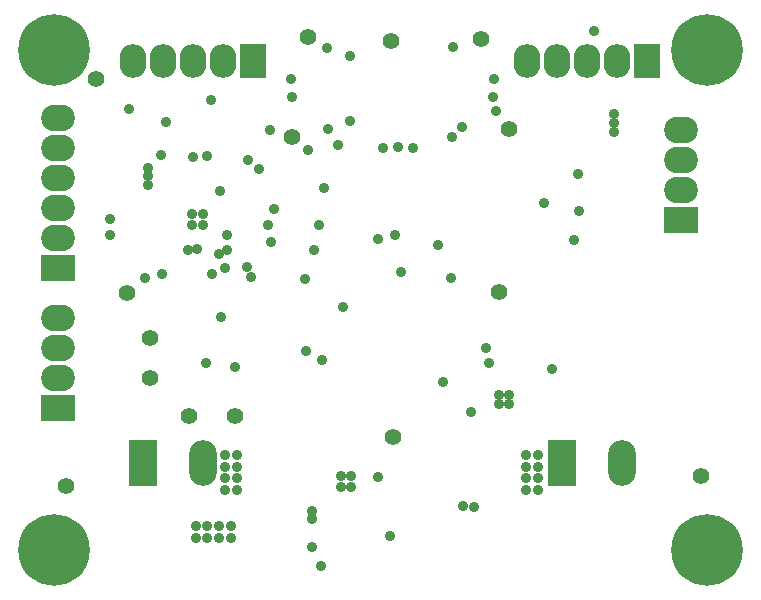
<source format=gbr>
G04 #@! TF.FileFunction,Soldermask,Bot*
%FSLAX46Y46*%
G04 Gerber Fmt 4.6, Leading zero omitted, Abs format (unit mm)*
G04 Created by KiCad (PCBNEW 4.0.6) date 04/19/17 14:22:56*
%MOMM*%
%LPD*%
G01*
G04 APERTURE LIST*
%ADD10C,0.100000*%
%ADD11R,2.860000X2.260000*%
%ADD12O,2.860000X2.260000*%
%ADD13C,1.403000*%
%ADD14C,6.060000*%
%ADD15C,0.760000*%
%ADD16R,2.260000X2.860000*%
%ADD17O,2.260000X2.860000*%
%ADD18R,2.360000X3.860000*%
%ADD19O,2.360000X3.860000*%
%ADD20C,0.910000*%
G04 APERTURE END LIST*
D10*
D11*
X193600000Y-70590000D03*
D12*
X193600000Y-68050000D03*
X193600000Y-65510000D03*
X193600000Y-62970000D03*
D13*
X179057300Y-62890400D03*
X161975800Y-55118000D03*
D14*
X140500000Y-98550000D03*
D15*
X140500000Y-96264000D03*
X138214000Y-98550000D03*
X142100000Y-96950000D03*
X142786000Y-98550000D03*
X138900000Y-96950000D03*
X138900000Y-100150000D03*
X140500000Y-100836000D03*
X142100000Y-100150000D03*
D14*
X140500000Y-56200000D03*
D15*
X140500000Y-53914000D03*
X138214000Y-56200000D03*
X142100000Y-54600000D03*
X142786000Y-56200000D03*
X138900000Y-54600000D03*
X138900000Y-57800000D03*
X140500000Y-58486000D03*
X142100000Y-57800000D03*
D14*
X195830000Y-98550000D03*
D15*
X195830000Y-96264000D03*
X193544000Y-98550000D03*
X197430000Y-96950000D03*
X198116000Y-98550000D03*
X194230000Y-96950000D03*
X194230000Y-100150000D03*
X195830000Y-100836000D03*
X197430000Y-100150000D03*
D16*
X190677800Y-57124600D03*
D17*
X188137800Y-57124600D03*
X185597800Y-57124600D03*
X183057800Y-57124600D03*
X180517800Y-57124600D03*
D18*
X148070000Y-91180000D03*
D19*
X153150000Y-91180000D03*
D16*
X157325000Y-57124600D03*
D17*
X154785000Y-57124600D03*
X152245000Y-57124600D03*
X149705000Y-57124600D03*
X147165000Y-57124600D03*
D13*
X176657000Y-55270400D03*
X160675000Y-63625000D03*
X178180000Y-76690000D03*
X155850000Y-87200000D03*
X195300000Y-92250000D03*
X144070000Y-58720000D03*
X169000000Y-55475000D03*
X151910000Y-87200000D03*
X169230000Y-88990000D03*
X141525000Y-93150000D03*
X146660000Y-76820000D03*
X148600000Y-80600000D03*
X148600000Y-84000000D03*
D11*
X140820000Y-86520000D03*
D12*
X140820000Y-83980000D03*
X140820000Y-81440000D03*
X140820000Y-78900000D03*
D18*
X183500000Y-91180000D03*
D19*
X188580000Y-91180000D03*
D14*
X195830000Y-56200000D03*
D15*
X195830000Y-53914000D03*
X193544000Y-56200000D03*
X197430000Y-54600000D03*
X198116000Y-56200000D03*
X194230000Y-54600000D03*
X194230000Y-57800000D03*
X195830000Y-58486000D03*
X197430000Y-57800000D03*
D11*
X140830000Y-74650000D03*
D12*
X140830000Y-72110000D03*
X140830000Y-69570000D03*
X140830000Y-67030000D03*
X140830000Y-64490000D03*
X140830000Y-61950000D03*
D20*
X163120000Y-99880000D03*
X168960000Y-97400000D03*
X169925000Y-75025000D03*
X149610000Y-75220000D03*
X170925000Y-64550000D03*
X180500000Y-92500000D03*
X180500000Y-93500000D03*
X181500000Y-93500000D03*
X181500000Y-92500000D03*
X181500000Y-90500000D03*
X180500000Y-90500000D03*
X180500000Y-91500000D03*
X181500000Y-91500000D03*
X155000000Y-90500000D03*
X156000000Y-90500000D03*
X156000000Y-91500000D03*
X156000000Y-92500000D03*
X156000000Y-93500000D03*
X155000000Y-93500000D03*
X155000000Y-92500000D03*
X155000000Y-91500000D03*
X152500000Y-97500000D03*
X153500000Y-97500000D03*
X154500000Y-97500000D03*
X155500000Y-97500000D03*
X155500000Y-96500000D03*
X154500000Y-96500000D03*
X153500000Y-96500000D03*
X152500000Y-96500000D03*
X153385000Y-82715000D03*
X153460000Y-65240000D03*
X153084700Y-70125180D03*
X152184700Y-71025180D03*
X153084700Y-71025180D03*
X152184700Y-70125180D03*
X152621743Y-73103257D03*
X148500000Y-66200000D03*
X148500000Y-66925000D03*
X148500000Y-67650000D03*
X175050000Y-62725000D03*
X177650000Y-60200000D03*
X174100000Y-75525000D03*
X154584308Y-68147940D03*
X177358721Y-82764454D03*
X175100000Y-94850000D03*
X173425000Y-84325000D03*
X175850000Y-86900000D03*
X164787000Y-93184240D03*
X165687000Y-93184240D03*
X165687000Y-92284240D03*
X164787000Y-92284240D03*
X182700000Y-83250000D03*
X162000000Y-64650000D03*
X163709200Y-62950020D03*
X151875000Y-73150000D03*
X145250000Y-71875000D03*
X145250000Y-70575000D03*
X155850000Y-83100000D03*
X187960000Y-63182500D03*
X187960000Y-62420500D03*
X187960000Y-61658500D03*
X186258200Y-54610000D03*
X161778800Y-75618400D03*
X184567880Y-72314220D03*
X168357400Y-64493200D03*
X177730000Y-58702000D03*
X174301000Y-56009600D03*
X160661200Y-60200600D03*
X160610400Y-58702000D03*
X163633000Y-56035000D03*
X182002480Y-69164620D03*
X162350000Y-98275000D03*
X177925000Y-61425000D03*
X162350000Y-95950000D03*
X162375000Y-95250000D03*
X167900000Y-92375000D03*
X158848245Y-72454010D03*
X156940000Y-65510000D03*
X157903409Y-66337990D03*
X154610000Y-78800000D03*
X169650000Y-64450000D03*
X179000000Y-85400000D03*
X179000000Y-86200000D03*
X178200000Y-86200000D03*
X178200000Y-85400000D03*
X177075000Y-81425000D03*
X184859920Y-66702720D03*
X173056400Y-72697400D03*
X184923480Y-69825020D03*
X148250000Y-75530000D03*
X149550000Y-65100000D03*
X153880000Y-75190000D03*
X157147613Y-75461684D03*
X152275000Y-65250000D03*
X174175000Y-63625000D03*
X164515800Y-64262000D03*
X163325000Y-67925000D03*
X158775000Y-63000000D03*
X153775000Y-60450000D03*
X161850000Y-81720000D03*
X163230000Y-82490000D03*
X159175000Y-69675000D03*
X176100000Y-94900000D03*
X165000000Y-78000000D03*
X154437768Y-73498901D03*
X169350000Y-71910000D03*
X155175831Y-73180000D03*
X162530000Y-73180000D03*
X155119299Y-71900701D03*
X167950000Y-72200000D03*
X158625000Y-71025000D03*
X146875000Y-61250000D03*
X165550000Y-56725000D03*
X150000000Y-62300000D03*
X165550000Y-62275000D03*
X156850000Y-74620000D03*
X154990000Y-74700000D03*
X162960000Y-71000000D03*
M02*

</source>
